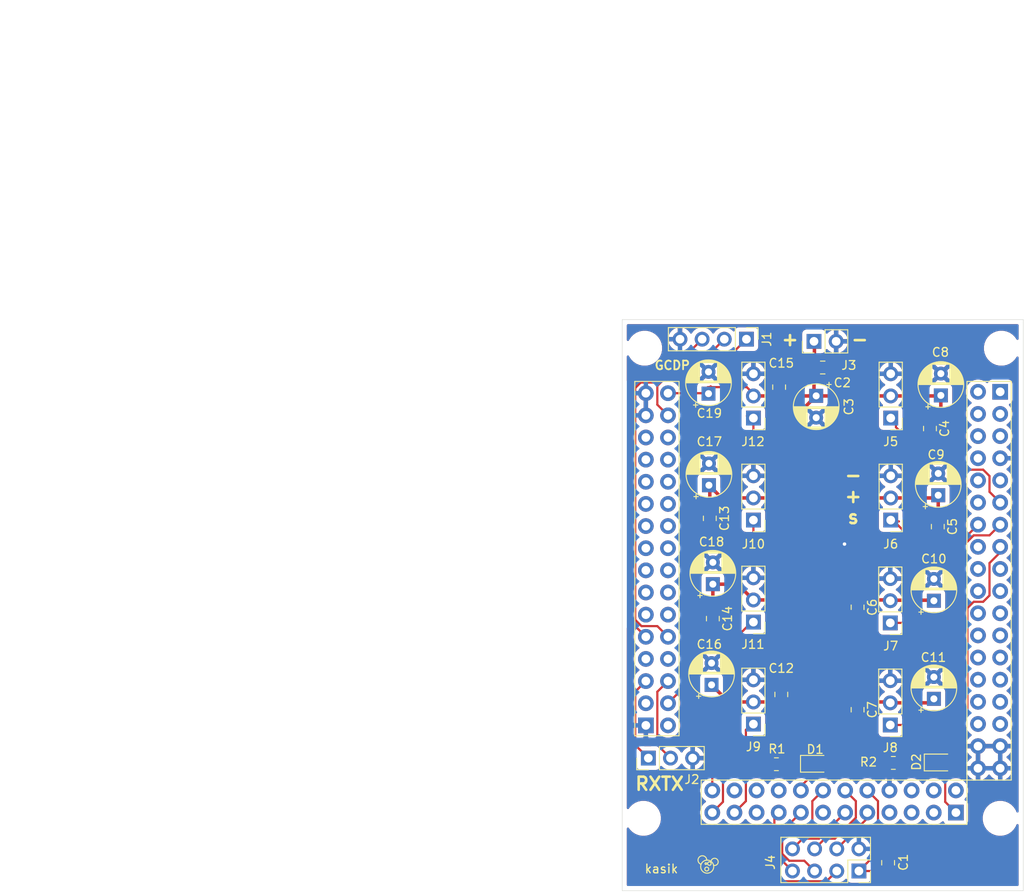
<source format=kicad_pcb>
(kicad_pcb (version 20171130) (host pcbnew 5.1.6-c6e7f7d~87~ubuntu18.04.1)
  (layers (0 F.Cu signal) (31 B.Cu signal) (34 B.Paste user) (35 F.Paste user) (36 B.SilkS user) (37 F.SilkS user) (38 B.Mask user) (39 F.Mask user) (44 Edge.Cuts user))
  (net 0 "")
  (net 1 GND)
  (net 2 +3V3)
  (net 3 VCC)
  (net 4 /LED1)
  (net 5 "Net-(D1-Pad1)")
  (net 6 /LED2)
  (net 7 "Net-(D2-Pad1)")
  (net 8 /SWCLK)
  (net 9 /SWDIO)
  (net 10 /UART_TX)
  (net 11 /UART_RX)
  (net 12 /NRF_MISO)
  (net 13 /NRF_IRQ)
  (net 14 /NRF_SCK)
  (net 15 /NRF_MOSI)
  (net 16 /NRF_CE)
  (net 17 /NRF_CSN)
  (net 18 /TIM2_CH1)
  (net 19 /TIM2_CH2)
  (net 20 /TIM2_CH3)
  (net 21 /TIM2_CH4)
  (net 22 /TIM3_CH1)
  (net 23 /TIM3_CH2)
  (net 24 /TIM3_CH3)
  (net 25 /TIM3_CH4)
  (net 26 "Net-(U1-Padc7)")
  (net 27 "Net-(U1-Padc6)")
  (net 28 "Net-(U1-Padc5)")
  (net 29 "Net-(U1-Padc4)")
  (net 30 "Net-(U1-Padc22)")
  (net 31 "Net-(U1-Padc2)")
  (net 32 "Net-(U1-Padc19)")
  (net 33 "Net-(U1-Padc20)")
  (net 34 "Net-(U1-Padc13)")
  (net 35 "Net-(U1-Padc18)")
  (net 36 "Net-(U1-Pada23)")
  (net 37 "Net-(U1-Pada7)")
  (net 38 "Net-(U1-Pada11)")
  (net 39 "Net-(U1-Pada25)")
  (net 40 "Net-(U1-Pada22)")
  (net 41 "Net-(U1-Pada28)")
  (net 42 "Net-(U1-Pada2)")
  (net 43 "Net-(U1-Pada19)")
  (net 44 "Net-(U1-Pada20)")
  (net 45 "Net-(U1-Pada15)")
  (net 46 "Net-(U1-Pada24)")
  (net 47 "Net-(U1-Pada14)")
  (net 48 "Net-(U1-Pada13)")
  (net 49 "Net-(U1-Pada12)")
  (net 50 "Net-(U1-Pada18)")
  (net 51 "Net-(U1-Pada8)")
  (net 52 "Net-(U1-Pada16)")
  (net 53 "Net-(U1-Pada17)")
  (net 54 "Net-(U1-Pada21)")
  (net 55 "Net-(U1-Pada26)")
  (net 56 "Net-(U1-Padb32)")
  (net 57 "Net-(U1-Padb31)")
  (net 58 "Net-(U1-Padb30)")
  (net 59 "Net-(U1-Padb29)")
  (net 60 "Net-(U1-Padb28)")
  (net 61 "Net-(U1-Padb27)")
  (net 62 "Net-(U1-Padb26)")
  (net 63 "Net-(U1-Padb25)")
  (net 64 "Net-(U1-Padb24)")
  (net 65 "Net-(U1-Padb23)")
  (net 66 "Net-(U1-Padb22)")
  (net 67 "Net-(U1-Padb21)")
  (net 68 "Net-(U1-Padb16)")
  (net 69 "Net-(U1-Padb12)")
  (net 70 "Net-(U1-Padb10)")
  (net 71 "Net-(U1-Padb9)")
  (net 72 "Net-(U1-Padb8)")
  (net 73 "Net-(U1-Padb6)")
  (net 74 "Net-(U1-Padb5)")
  (net 75 "Net-(U1-Padb4)")
  (net 76 "Net-(U1-Padb3)")
  (net 77 "Net-(U1-Padb2)")
  (net 78 "Net-(U1-Padb1)")
  (net 79 "Net-(U1-Padc3)")
  (net 80 "Net-(U1-Pada3)")
  (net 81 "Net-(U1-Pada27)")
  (net 82 "Net-(U1-Padb20)")
  (net 83 "Net-(U1-Padb19)")
  (net 84 "Net-(U1-Padb18)")
  (net 85 "Net-(U1-Padb17)")
  (net 86 "Net-(J1-Pad1)")
  (module Boards:DIYMORE-407VG-PINTOP (layer F.Cu) (at 96.034999 66.744999)
    (fp_text reference U1 hide)
    (fp_text value DIYMORE-F407VG)
    (pad "" np_thru_hole oval (at 43.32 56.46) (size 3 3) (drill 3) (layers *.Cu *.Mask))
    (pad "" np_thru_hole oval (at 2.4 56.46) (size 3 3) (drill 3) (layers *.Cu *.Mask))
    (pad "" np_thru_hole oval (at 2.54 2.54) (size 3 3) (drill 3) (layers *.Cu *.Mask))
    (pad "" np_thru_hole oval (at 43.46 2.54) (size 3 3) (drill 3) (layers *.Cu *.Mask))
    (pad c23 thru_hole oval (at 10.3 55.8 270) (size 1.8 1.8) (drill 1) (layers *.Cu *.Mask) (net 24 /TIM3_CH3))
    (pad c7 thru_hole oval (at 30.62 55.8 270) (size 1.8 1.8) (drill 1) (layers *.Cu *.Mask) (net 26 "Net-(U1-Padc7)"))
    (pad c11 thru_hole oval (at 25.54 55.8 270) (size 1.8 1.8) (drill 1) (layers *.Cu *.Mask) (net 12 /NRF_MISO))
    (pad c3 thru_hole oval (at 35.7 55.8 270) (size 1.8 1.8) (drill 1) (layers *.Cu *.Mask) (net 79 "Net-(U1-Padc3)"))
    (pad c6 thru_hole oval (at 33.16 53.26 270) (size 1.8 1.8) (drill 1) (layers *.Cu *.Mask) (net 27 "Net-(U1-Padc6)"))
    (pad c5 thru_hole oval (at 33.16 55.8 270) (size 1.8 1.8) (drill 1) (layers *.Cu *.Mask) (net 28 "Net-(U1-Padc5)"))
    (pad c4 thru_hole oval (at 35.7 53.26 270) (size 1.8 1.8) (drill 1) (layers *.Cu *.Mask) (net 29 "Net-(U1-Padc4)"))
    (pad c9 thru_hole oval (at 28.08 55.8 270) (size 1.8 1.8) (drill 1) (layers *.Cu *.Mask) (net 16 /NRF_CE))
    (pad c22 thru_hole oval (at 12.84 53.26 270) (size 1.8 1.8) (drill 1) (layers *.Cu *.Mask) (net 30 "Net-(U1-Padc22)"))
    (pad c2 thru_hole oval (at 38.24 53.26 270) (size 1.8 1.8) (drill 1) (layers *.Cu *.Mask) (net 31 "Net-(U1-Padc2)"))
    (pad c19 thru_hole oval (at 15.38 55.8 270) (size 1.8 1.8) (drill 1) (layers *.Cu *.Mask) (net 32 "Net-(U1-Padc19)"))
    (pad c20 thru_hole oval (at 15.38 53.26 270) (size 1.8 1.8) (drill 1) (layers *.Cu *.Mask) (net 33 "Net-(U1-Padc20)"))
    (pad c15 thru_hole oval (at 20.46 55.8 270) (size 1.8 1.8) (drill 1) (layers *.Cu *.Mask) (net 13 /NRF_IRQ))
    (pad c24 thru_hole oval (at 10.3 53.26 270) (size 1.8 1.8) (drill 1) (layers *.Cu *.Mask) (net 23 /TIM3_CH2))
    (pad c14 thru_hole oval (at 23 53.26 270) (size 1.8 1.8) (drill 1) (layers *.Cu *.Mask) (net 15 /NRF_MOSI))
    (pad c13 thru_hole oval (at 23 55.8 270) (size 1.8 1.8) (drill 1) (layers *.Cu *.Mask) (net 34 "Net-(U1-Padc13)"))
    (pad c12 thru_hole oval (at 25.54 53.26 270) (size 1.8 1.8) (drill 1) (layers *.Cu *.Mask) (net 14 /NRF_SCK))
    (pad c10 thru_hole oval (at 28.08 53.26 270) (size 1.8 1.8) (drill 1) (layers *.Cu *.Mask) (net 2 +3V3))
    (pad c18 thru_hole oval (at 17.92 53.26 270) (size 1.8 1.8) (drill 1) (layers *.Cu *.Mask) (net 35 "Net-(U1-Padc18)"))
    (pad c8 thru_hole oval (at 30.62 53.26 270) (size 1.8 1.8) (drill 1) (layers *.Cu *.Mask) (net 1 GND))
    (pad c16 thru_hole oval (at 20.46 53.26 270) (size 1.8 1.8) (drill 1) (layers *.Cu *.Mask) (net 4 /LED1))
    (pad c17 thru_hole oval (at 17.92 55.8 270) (size 1.8 1.8) (drill 1) (layers *.Cu *.Mask) (net 17 /NRF_CSN))
    (pad c1 thru_hole rect (at 38.24 55.8 270) (size 1.8 1.8) (drill 1) (layers *.Cu *.Mask) (net 6 /LED2))
    (pad c21 thru_hole oval (at 12.84 55.8 270) (size 1.8 1.8) (drill 1) (layers *.Cu *.Mask) (net 22 /TIM3_CH1))
    (pad a23 thru_hole oval (at 2.68 17.86 180) (size 1.8 1.8) (drill 1) (layers *.Cu *.Mask) (net 36 "Net-(U1-Pada23)"))
    (pad a7 thru_hole oval (at 2.68 38.18 180) (size 1.8 1.8) (drill 1) (layers *.Cu *.Mask) (net 37 "Net-(U1-Pada7)"))
    (pad a11 thru_hole oval (at 2.68 33.1 180) (size 1.8 1.8) (drill 1) (layers *.Cu *.Mask) (net 38 "Net-(U1-Pada11)"))
    (pad a3 thru_hole oval (at 2.68 43.26 180) (size 1.8 1.8) (drill 1) (layers *.Cu *.Mask) (net 80 "Net-(U1-Pada3)"))
    (pad a6 thru_hole oval (at 5.22 40.72 180) (size 1.8 1.8) (drill 1) (layers *.Cu *.Mask) (net 10 /UART_TX))
    (pad a5 thru_hole oval (at 2.68 40.72 180) (size 1.8 1.8) (drill 1) (layers *.Cu *.Mask) (net 11 /UART_RX))
    (pad a4 thru_hole oval (at 5.22 43.26 180) (size 1.8 1.8) (drill 1) (layers *.Cu *.Mask) (net 25 /TIM3_CH4))
    (pad a25 thru_hole oval (at 2.68 15.32 180) (size 1.8 1.8) (drill 1) (layers *.Cu *.Mask) (net 39 "Net-(U1-Pada25)"))
    (pad a31 thru_hole oval (at 2.68 7.7 180) (size 1.8 1.8) (drill 1) (layers *.Cu *.Mask) (net 1 GND))
    (pad a9 thru_hole oval (at 2.68 35.64 180) (size 1.8 1.8) (drill 1) (layers *.Cu *.Mask) (net 8 /SWCLK))
    (pad a29 thru_hole oval (at 2.68 10.24 180) (size 1.8 1.8) (drill 1) (layers *.Cu *.Mask) (net 1 GND))
    (pad a22 thru_hole oval (at 5.22 20.4 180) (size 1.8 1.8) (drill 1) (layers *.Cu *.Mask) (net 40 "Net-(U1-Pada22)"))
    (pad a28 thru_hole oval (at 5.22 12.78 180) (size 1.8 1.8) (drill 1) (layers *.Cu *.Mask) (net 41 "Net-(U1-Pada28)"))
    (pad a2 thru_hole oval (at 5.22 45.8 180) (size 1.8 1.8) (drill 1) (layers *.Cu *.Mask) (net 42 "Net-(U1-Pada2)"))
    (pad a19 thru_hole oval (at 2.68 22.94 180) (size 1.8 1.8) (drill 1) (layers *.Cu *.Mask) (net 43 "Net-(U1-Pada19)"))
    (pad a20 thru_hole oval (at 5.22 22.94 180) (size 1.8 1.8) (drill 1) (layers *.Cu *.Mask) (net 44 "Net-(U1-Pada20)"))
    (pad a15 thru_hole oval (at 2.68 28.02 180) (size 1.8 1.8) (drill 1) (layers *.Cu *.Mask) (net 45 "Net-(U1-Pada15)"))
    (pad a24 thru_hole oval (at 5.22 17.86 180) (size 1.8 1.8) (drill 1) (layers *.Cu *.Mask) (net 46 "Net-(U1-Pada24)"))
    (pad a14 thru_hole oval (at 5.22 30.56 180) (size 1.8 1.8) (drill 1) (layers *.Cu *.Mask) (net 47 "Net-(U1-Pada14)"))
    (pad a32 thru_hole oval (at 5.22 7.7 180) (size 1.8 1.8) (drill 1) (layers *.Cu *.Mask) (net 3 VCC))
    (pad a30 thru_hole oval (at 5.22 10.24 180) (size 1.8 1.8) (drill 1) (layers *.Cu *.Mask) (net 86 "Net-(J1-Pad1)"))
    (pad a13 thru_hole oval (at 2.68 30.56 180) (size 1.8 1.8) (drill 1) (layers *.Cu *.Mask) (net 48 "Net-(U1-Pada13)"))
    (pad a12 thru_hole oval (at 5.22 33.1 180) (size 1.8 1.8) (drill 1) (layers *.Cu *.Mask) (net 49 "Net-(U1-Pada12)"))
    (pad a10 thru_hole oval (at 5.22 35.64 180) (size 1.8 1.8) (drill 1) (layers *.Cu *.Mask) (net 9 /SWDIO))
    (pad a18 thru_hole oval (at 5.22 25.48 180) (size 1.8 1.8) (drill 1) (layers *.Cu *.Mask) (net 50 "Net-(U1-Pada18)"))
    (pad a27 thru_hole oval (at 2.68 12.78 180) (size 1.8 1.8) (drill 1) (layers *.Cu *.Mask) (net 81 "Net-(U1-Pada27)"))
    (pad a8 thru_hole oval (at 5.22 38.18 180) (size 1.8 1.8) (drill 1) (layers *.Cu *.Mask) (net 51 "Net-(U1-Pada8)"))
    (pad a16 thru_hole oval (at 5.22 28.02 180) (size 1.8 1.8) (drill 1) (layers *.Cu *.Mask) (net 52 "Net-(U1-Pada16)"))
    (pad a17 thru_hole oval (at 2.68 25.48 180) (size 1.8 1.8) (drill 1) (layers *.Cu *.Mask) (net 53 "Net-(U1-Pada17)"))
    (pad a1 thru_hole rect (at 2.68 45.8 180) (size 1.8 1.8) (drill 1) (layers *.Cu *.Mask) (net 1 GND))
    (pad a21 thru_hole oval (at 2.68 20.4 180) (size 1.8 1.8) (drill 1) (layers *.Cu *.Mask) (net 54 "Net-(U1-Pada21)"))
    (pad a26 thru_hole oval (at 5.22 15.32 180) (size 1.8 1.8) (drill 1) (layers *.Cu *.Mask) (net 55 "Net-(U1-Pada26)"))
    (pad b36 thru_hole oval (at 40.78 50.72) (size 1.8 1.8) (drill 1) (layers *.Cu *.Mask) (net 1 GND))
    (pad b35 thru_hole oval (at 43.32 50.72) (size 1.8 1.8) (drill 1) (layers *.Cu *.Mask) (net 1 GND))
    (pad b34 thru_hole oval (at 40.78 48.18) (size 1.8 1.8) (drill 1) (layers *.Cu *.Mask) (net 1 GND))
    (pad b33 thru_hole oval (at 43.32 48.18) (size 1.8 1.8) (drill 1) (layers *.Cu *.Mask) (net 1 GND))
    (pad b32 thru_hole oval (at 40.78 45.64) (size 1.8 1.8) (drill 1) (layers *.Cu *.Mask) (net 56 "Net-(U1-Padb32)"))
    (pad b31 thru_hole oval (at 43.32 45.64) (size 1.8 1.8) (drill 1) (layers *.Cu *.Mask) (net 57 "Net-(U1-Padb31)"))
    (pad b30 thru_hole oval (at 40.78 43.1) (size 1.8 1.8) (drill 1) (layers *.Cu *.Mask) (net 58 "Net-(U1-Padb30)"))
    (pad b29 thru_hole oval (at 43.32 43.1) (size 1.8 1.8) (drill 1) (layers *.Cu *.Mask) (net 59 "Net-(U1-Padb29)"))
    (pad b28 thru_hole oval (at 40.78 40.56) (size 1.8 1.8) (drill 1) (layers *.Cu *.Mask) (net 60 "Net-(U1-Padb28)"))
    (pad b27 thru_hole oval (at 43.32 40.56) (size 1.8 1.8) (drill 1) (layers *.Cu *.Mask) (net 61 "Net-(U1-Padb27)"))
    (pad b26 thru_hole oval (at 40.78 38.02) (size 1.8 1.8) (drill 1) (layers *.Cu *.Mask) (net 62 "Net-(U1-Padb26)"))
    (pad b25 thru_hole oval (at 43.32 38.02) (size 1.8 1.8) (drill 1) (layers *.Cu *.Mask) (net 63 "Net-(U1-Padb25)"))
    (pad b24 thru_hole oval (at 40.78 35.48) (size 1.8 1.8) (drill 1) (layers *.Cu *.Mask) (net 64 "Net-(U1-Padb24)"))
    (pad b23 thru_hole oval (at 43.32 35.48) (size 1.8 1.8) (drill 1) (layers *.Cu *.Mask) (net 65 "Net-(U1-Padb23)"))
    (pad b22 thru_hole oval (at 40.78 32.94) (size 1.8 1.8) (drill 1) (layers *.Cu *.Mask) (net 66 "Net-(U1-Padb22)"))
    (pad b21 thru_hole oval (at 43.32 32.94) (size 1.8 1.8) (drill 1) (layers *.Cu *.Mask) (net 67 "Net-(U1-Padb21)"))
    (pad b20 thru_hole oval (at 40.78 30.4) (size 1.8 1.8) (drill 1) (layers *.Cu *.Mask) (net 82 "Net-(U1-Padb20)"))
    (pad b19 thru_hole oval (at 43.32 30.4) (size 1.8 1.8) (drill 1) (layers *.Cu *.Mask) (net 83 "Net-(U1-Padb19)"))
    (pad b18 thru_hole oval (at 40.78 27.86) (size 1.8 1.8) (drill 1) (layers *.Cu *.Mask) (net 84 "Net-(U1-Padb18)"))
    (pad b17 thru_hole oval (at 43.32 27.86) (size 1.8 1.8) (drill 1) (layers *.Cu *.Mask) (net 85 "Net-(U1-Padb17)"))
    (pad b16 thru_hole oval (at 40.78 25.32) (size 1.8 1.8) (drill 1) (layers *.Cu *.Mask) (net 68 "Net-(U1-Padb16)"))
    (pad b15 thru_hole oval (at 43.32 25.32) (size 1.8 1.8) (drill 1) (layers *.Cu *.Mask) (net 21 /TIM2_CH4))
    (pad b14 thru_hole oval (at 40.78 22.78) (size 1.8 1.8) (drill 1) (layers *.Cu *.Mask) (net 19 /TIM2_CH2))
    (pad b13 thru_hole oval (at 43.32 22.78) (size 1.8 1.8) (drill 1) (layers *.Cu *.Mask) (net 20 /TIM2_CH3))
    (pad b12 thru_hole oval (at 40.78 20.24) (size 1.8 1.8) (drill 1) (layers *.Cu *.Mask) (net 69 "Net-(U1-Padb12)"))
    (pad b11 thru_hole oval (at 43.32 20.24) (size 1.8 1.8) (drill 1) (layers *.Cu *.Mask) (net 18 /TIM2_CH1))
    (pad b10 thru_hole oval (at 40.78 17.7) (size 1.8 1.8) (drill 1) (layers *.Cu *.Mask) (net 70 "Net-(U1-Padb10)"))
    (pad b9 thru_hole oval (at 43.32 17.7) (size 1.8 1.8) (drill 1) (layers *.Cu *.Mask) (net 71 "Net-(U1-Padb9)"))
    (pad b8 thru_hole oval (at 40.78 15.16) (size 1.8 1.8) (drill 1) (layers *.Cu *.Mask) (net 72 "Net-(U1-Padb8)"))
    (pad b7 thru_hole oval (at 43.32 15.16) (size 1.8 1.8) (drill 1) (layers *.Cu *.Mask) (net 1 GND))
    (pad b6 thru_hole oval (at 40.78 12.62) (size 1.8 1.8) (drill 1) (layers *.Cu *.Mask) (net 73 "Net-(U1-Padb6)"))
    (pad b5 thru_hole oval (at 43.32 12.62) (size 1.8 1.8) (drill 1) (layers *.Cu *.Mask) (net 74 "Net-(U1-Padb5)"))
    (pad b4 thru_hole oval (at 40.78 10.08) (size 1.8 1.8) (drill 1) (layers *.Cu *.Mask) (net 75 "Net-(U1-Padb4)"))
    (pad b3 thru_hole oval (at 43.32 10.08) (size 1.8 1.8) (drill 1) (layers *.Cu *.Mask) (net 76 "Net-(U1-Padb3)"))
    (pad b2 thru_hole oval (at 40.78 7.54) (size 1.8 1.8) (drill 1) (layers *.Cu *.Mask) (net 77 "Net-(U1-Padb2)"))
    (pad b1 thru_hole rect (at 43.32 7.54) (size 1.8 1.8) (drill 1) (layers *.Cu *.Mask) (net 78 "Net-(U1-Padb1)"))
  )
  (module Resistor_SMD:R_0805_2012Metric (layer F.Cu) (at 127.1 116.85 180)
    (fp_text reference R2 (at 2.85 0.1) (layer F.SilkS))
    (fp_text value 120)
    (pad 2 smd roundrect (at 0.9125 0 180) (size 1.025 1.4) (layers F.Cu F.Paste F.Mask) (roundrect_rratio 0.243902) (net 1 GND))
    (pad 1 smd roundrect (at -0.9125 0 180) (size 1.025 1.4) (layers F.Cu F.Paste F.Mask) (roundrect_rratio 0.243902) (net 7 "Net-(D2-Pad1)"))
  )
  (module Resistor_SMD:R_0805_2012Metric (layer F.Cu) (at 113.6875 117 180)
    (fp_text reference R1 (at -0.0625 1.75) (layer F.SilkS))
    (fp_text value 120)
    (pad 2 smd roundrect (at 0.9125 0 180) (size 1.025 1.4) (layers F.Cu F.Paste F.Mask) (roundrect_rratio 0.243902) (net 1 GND))
    (pad 1 smd roundrect (at -0.9125 0 180) (size 1.025 1.4) (layers F.Cu F.Paste F.Mask) (roundrect_rratio 0.243902) (net 5 "Net-(D1-Pad1)"))
  )
  (module Connector_PinHeader_2.54mm:PinHeader_1x03_P2.54mm_Vertical (layer F.Cu) (at 111.05 77.3 180)
    (fp_text reference J12 (at 0.05 -2.7) (layer F.SilkS))
    (fp_text value Servo)
    (pad 3 thru_hole oval (at 0 5.08 180) (size 1.7 1.7) (drill 1) (layers *.Cu *.Mask) (net 1 GND))
    (pad 2 thru_hole oval (at 0 2.54 180) (size 1.7 1.7) (drill 1) (layers *.Cu *.Mask) (net 3 VCC))
    (pad 1 thru_hole rect (at 0 0 180) (size 1.7 1.7) (drill 1) (layers *.Cu *.Mask) (net 25 /TIM3_CH4))
  )
  (module Connector_PinHeader_2.54mm:PinHeader_1x03_P2.54mm_Vertical (layer F.Cu) (at 111.05 100.7 180)
    (fp_text reference J11 (at 0.05 -2.55) (layer F.SilkS))
    (fp_text value Servo)
    (pad 3 thru_hole oval (at 0 5.08 180) (size 1.7 1.7) (drill 1) (layers *.Cu *.Mask) (net 1 GND))
    (pad 2 thru_hole oval (at 0 2.54 180) (size 1.7 1.7) (drill 1) (layers *.Cu *.Mask) (net 3 VCC))
    (pad 1 thru_hole rect (at 0 0 180) (size 1.7 1.7) (drill 1) (layers *.Cu *.Mask) (net 24 /TIM3_CH3))
  )
  (module Connector_PinHeader_2.54mm:PinHeader_1x03_P2.54mm_Vertical (layer F.Cu) (at 111.05 89 180)
    (fp_text reference J10 (at 0 -2.75) (layer F.SilkS))
    (fp_text value Servo)
    (pad 3 thru_hole oval (at 0 5.08 180) (size 1.7 1.7) (drill 1) (layers *.Cu *.Mask) (net 1 GND))
    (pad 2 thru_hole oval (at 0 2.54 180) (size 1.7 1.7) (drill 1) (layers *.Cu *.Mask) (net 3 VCC))
    (pad 1 thru_hole rect (at 0 0 180) (size 1.7 1.7) (drill 1) (layers *.Cu *.Mask) (net 23 /TIM3_CH2))
  )
  (module Connector_PinHeader_2.54mm:PinHeader_1x03_P2.54mm_Vertical (layer F.Cu) (at 111.05 112.4 180)
    (fp_text reference J9 (at 0 -2.6) (layer F.SilkS))
    (fp_text value Servo)
    (pad 3 thru_hole oval (at 0 5.08 180) (size 1.7 1.7) (drill 1) (layers *.Cu *.Mask) (net 1 GND))
    (pad 2 thru_hole oval (at 0 2.54 180) (size 1.7 1.7) (drill 1) (layers *.Cu *.Mask) (net 3 VCC))
    (pad 1 thru_hole rect (at 0 0 180) (size 1.7 1.7) (drill 1) (layers *.Cu *.Mask) (net 22 /TIM3_CH1))
  )
  (module Connector_PinHeader_2.54mm:PinHeader_1x03_P2.54mm_Vertical (layer F.Cu) (at 126.75 112.5 180)
    (fp_text reference J8 (at 0 -2.6) (layer F.SilkS))
    (fp_text value Servo)
    (pad 3 thru_hole oval (at 0 5.08 180) (size 1.7 1.7) (drill 1) (layers *.Cu *.Mask) (net 1 GND))
    (pad 2 thru_hole oval (at 0 2.54 180) (size 1.7 1.7) (drill 1) (layers *.Cu *.Mask) (net 3 VCC))
    (pad 1 thru_hole rect (at 0 0 180) (size 1.7 1.7) (drill 1) (layers *.Cu *.Mask) (net 21 /TIM2_CH4))
  )
  (module Connector_PinHeader_2.54mm:PinHeader_1x03_P2.54mm_Vertical (layer F.Cu) (at 126.75 100.79 180)
    (fp_text reference J7 (at -0.05 -2.65) (layer F.SilkS))
    (fp_text value Servo)
    (pad 3 thru_hole oval (at 0 5.08 180) (size 1.7 1.7) (drill 1) (layers *.Cu *.Mask) (net 1 GND))
    (pad 2 thru_hole oval (at 0 2.54 180) (size 1.7 1.7) (drill 1) (layers *.Cu *.Mask) (net 3 VCC))
    (pad 1 thru_hole rect (at 0 0 180) (size 1.7 1.7) (drill 1) (layers *.Cu *.Mask) (net 20 /TIM2_CH3))
  )
  (module Connector_PinHeader_2.54mm:PinHeader_1x03_P2.54mm_Vertical (layer F.Cu) (at 126.8 89 180)
    (fp_text reference J6 (at 0 -2.75) (layer F.SilkS))
    (fp_text value Servo)
    (pad 3 thru_hole oval (at 0 5.08 180) (size 1.7 1.7) (drill 1) (layers *.Cu *.Mask) (net 1 GND))
    (pad 2 thru_hole oval (at 0 2.54 180) (size 1.7 1.7) (drill 1) (layers *.Cu *.Mask) (net 3 VCC))
    (pad 1 thru_hole rect (at 0 0 180) (size 1.7 1.7) (drill 1) (layers *.Cu *.Mask) (net 19 /TIM2_CH2))
  )
  (module Connector_PinHeader_2.54mm:PinHeader_1x03_P2.54mm_Vertical (layer F.Cu) (at 126.8 77.3 180)
    (fp_text reference J5 (at 0 -2.7) (layer F.SilkS))
    (fp_text value Servo)
    (pad 3 thru_hole oval (at 0 5.08 180) (size 1.7 1.7) (drill 1) (layers *.Cu *.Mask) (net 1 GND))
    (pad 2 thru_hole oval (at 0 2.54 180) (size 1.7 1.7) (drill 1) (layers *.Cu *.Mask) (net 3 VCC))
    (pad 1 thru_hole rect (at 0 0 180) (size 1.7 1.7) (drill 1) (layers *.Cu *.Mask) (net 18 /TIM2_CH1))
  )
  (module Connector_PinSocket_2.54mm:PinSocket_2x04_P2.54mm_Vertical (layer F.Cu) (at 123.15 129.25 270)
    (fp_text reference J4 (at -1 10.15 90) (layer F.SilkS))
    (fp_text value nRF24L01)
    (pad 8 thru_hole oval (at -2.54 7.62 270) (size 1.7 1.7) (drill 1) (layers *.Cu *.Mask) (net 12 /NRF_MISO))
    (pad 7 thru_hole oval (at 0 7.62 270) (size 1.7 1.7) (drill 1) (layers *.Cu *.Mask) (net 13 /NRF_IRQ))
    (pad 6 thru_hole oval (at -2.54 5.08 270) (size 1.7 1.7) (drill 1) (layers *.Cu *.Mask) (net 14 /NRF_SCK))
    (pad 5 thru_hole oval (at 0 5.08 270) (size 1.7 1.7) (drill 1) (layers *.Cu *.Mask) (net 15 /NRF_MOSI))
    (pad 4 thru_hole oval (at -2.54 2.54 270) (size 1.7 1.7) (drill 1) (layers *.Cu *.Mask) (net 16 /NRF_CE))
    (pad 3 thru_hole oval (at 0 2.54 270) (size 1.7 1.7) (drill 1) (layers *.Cu *.Mask) (net 17 /NRF_CSN))
    (pad 2 thru_hole oval (at -2.54 0 270) (size 1.7 1.7) (drill 1) (layers *.Cu *.Mask) (net 1 GND))
    (pad 1 thru_hole rect (at 0 0 270) (size 1.7 1.7) (drill 1) (layers *.Cu *.Mask) (net 2 +3V3))
  )
  (module Connector_PinHeader_2.54mm:PinHeader_1x02_P2.54mm_Vertical (layer F.Cu) (at 118 68.5 90)
    (fp_text reference J3 (at -2.75 4 180) (layer F.SilkS))
    (fp_text value Power)
    (pad 2 thru_hole oval (at 0 2.54 90) (size 1.7 1.7) (drill 1) (layers *.Cu *.Mask) (net 1 GND))
    (pad 1 thru_hole rect (at 0 0 90) (size 1.7 1.7) (drill 1) (layers *.Cu *.Mask) (net 3 VCC))
  )
  (module Connector_PinHeader_2.54mm:PinHeader_1x03_P2.54mm_Vertical (layer F.Cu) (at 99 116.3 90)
    (fp_text reference J2 (at -2.45 5 180) (layer F.SilkS))
    (fp_text value Serial)
    (pad 3 thru_hole oval (at 0 5.08 90) (size 1.7 1.7) (drill 1) (layers *.Cu *.Mask) (net 1 GND))
    (pad 2 thru_hole oval (at 0 2.54 90) (size 1.7 1.7) (drill 1) (layers *.Cu *.Mask) (net 10 /UART_TX))
    (pad 1 thru_hole rect (at 0 0 90) (size 1.7 1.7) (drill 1) (layers *.Cu *.Mask) (net 11 /UART_RX))
  )
  (module Connector_PinHeader_2.54mm:PinHeader_1x04_P2.54mm_Vertical (layer F.Cu) (at 110.25 68.25 270)
    (fp_text reference J1 (at 0 -2.33 90) (layer F.SilkS))
    (fp_text value SWD)
    (pad 4 thru_hole oval (at 0 7.62 270) (size 1.7 1.7) (drill 1) (layers *.Cu *.Mask) (net 1 GND))
    (pad 3 thru_hole oval (at 0 5.08 270) (size 1.7 1.7) (drill 1) (layers *.Cu *.Mask) (net 8 /SWCLK))
    (pad 2 thru_hole oval (at 0 2.54 270) (size 1.7 1.7) (drill 1) (layers *.Cu *.Mask) (net 9 /SWDIO))
    (pad 1 thru_hole rect (at 0 0 270) (size 1.7 1.7) (drill 1) (layers *.Cu *.Mask) (net 86 "Net-(J1-Pad1)"))
  )
  (module LED_SMD:LED_0805_2012Metric (layer F.Cu) (at 132.3375 116.8)
    (fp_text reference D2 (at -2.5875 -0.05 90) (layer F.SilkS))
    (fp_text value LED)
    (pad 2 smd roundrect (at 0.9375 0) (size 0.975 1.4) (layers F.Cu F.Paste F.Mask) (net 6 /LED2))
    (pad 1 smd roundrect (at -0.9375 0) (size 0.975 1.4) (layers F.Cu F.Paste F.Mask) (net 7 "Net-(D2-Pad1)"))
  )
  (module LED_SMD:LED_0805_2012Metric (layer F.Cu) (at 118.1375 116.95)
    (fp_text reference D1 (at 0 -1.65) (layer F.SilkS))
    (fp_text value LED)
    (pad 2 smd roundrect (at 0.9375 0) (size 0.975 1.4) (layers F.Cu F.Paste F.Mask) (net 4 /LED1))
    (pad 1 smd roundrect (at -0.9375 0) (size 0.975 1.4) (layers F.Cu F.Paste F.Mask) (net 5 "Net-(D1-Pad1)"))
  )
  (module Capacitor_THT:CP_Radial_D5.0mm_P2.50mm (layer F.Cu) (at 105.9 74.5 90)
    (fp_text reference C19 (at -2.25 0.1 180) (layer F.SilkS))
    (fp_text value 47u/16V)
    (pad 2 thru_hole circle (at 2.5 0 90) (size 1.6 1.6) (drill 0.8) (layers *.Cu *.Mask) (net 1 GND))
    (pad 1 thru_hole rect (at 0 0 90) (size 1.6 1.6) (drill 0.8) (layers *.Cu *.Mask) (net 3 VCC))
  )
  (module Capacitor_THT:CP_Radial_D5.0mm_P2.50mm (layer F.Cu) (at 106.4 96.35 90)
    (fp_text reference C18 (at 4.85 -0.15 180) (layer F.SilkS))
    (fp_text value 47u/16V)
    (pad 2 thru_hole circle (at 2.5 0 90) (size 1.6 1.6) (drill 0.8) (layers *.Cu *.Mask) (net 1 GND))
    (pad 1 thru_hole rect (at 0 0 90) (size 1.6 1.6) (drill 0.8) (layers *.Cu *.Mask) (net 3 VCC))
  )
  (module Capacitor_THT:CP_Radial_D5.0mm_P2.50mm (layer F.Cu) (at 105.95 85 90)
    (fp_text reference C17 (at 5 0.05 180) (layer F.SilkS))
    (fp_text value 47u/16V)
    (pad 2 thru_hole circle (at 2.5 0 90) (size 1.6 1.6) (drill 0.8) (layers *.Cu *.Mask) (net 1 GND))
    (pad 1 thru_hole rect (at 0 0 90) (size 1.6 1.6) (drill 0.8) (layers *.Cu *.Mask) (net 3 VCC))
  )
  (module Capacitor_THT:CP_Radial_D5.0mm_P2.50mm (layer F.Cu) (at 106.25 107.9 90)
    (fp_text reference C16 (at 4.65 -0.25 180) (layer F.SilkS))
    (fp_text value 47u/16V)
    (pad 2 thru_hole circle (at 2.5 0 90) (size 1.6 1.6) (drill 0.8) (layers *.Cu *.Mask) (net 1 GND))
    (pad 1 thru_hole rect (at 0 0 90) (size 1.6 1.6) (drill 0.8) (layers *.Cu *.Mask) (net 3 VCC))
  )
  (module Capacitor_SMD:C_0805_2012Metric (layer F.Cu) (at 114 73.75 90)
    (fp_text reference C15 (at 2.75 0.25 180) (layer F.SilkS))
    (fp_text value 100n)
    (pad 2 smd roundrect (at 0.95 0 90) (size 1 1.45) (layers F.Cu F.Paste F.Mask) (net 1 GND))
    (pad 1 smd roundrect (at -0.95 0 90) (size 1 1.45) (layers F.Cu F.Paste F.Mask) (net 3 VCC))
  )
  (module Capacitor_SMD:C_0805_2012Metric (layer F.Cu) (at 106.4 100.3 270)
    (fp_text reference C14 (at 0 -1.68 90) (layer F.SilkS))
    (fp_text value 100n)
    (pad 2 smd roundrect (at 0.95 0 270) (size 1 1.45) (layers F.Cu F.Paste F.Mask) (net 1 GND))
    (pad 1 smd roundrect (at -0.95 0 270) (size 1 1.45) (layers F.Cu F.Paste F.Mask) (net 3 VCC))
  )
  (module Capacitor_SMD:C_0805_2012Metric (layer F.Cu) (at 106.05 88.8 270)
    (fp_text reference C13 (at 0 -1.68 90) (layer F.SilkS))
    (fp_text value 100n)
    (pad 2 smd roundrect (at 0.95 0 270) (size 1 1.45) (layers F.Cu F.Paste F.Mask) (net 1 GND))
    (pad 1 smd roundrect (at -0.95 0 270) (size 1 1.45) (layers F.Cu F.Paste F.Mask) (net 3 VCC))
  )
  (module Capacitor_SMD:C_0805_2012Metric (layer F.Cu) (at 114.25 109 90)
    (fp_text reference C12 (at 3 0 180) (layer F.SilkS))
    (fp_text value 100n)
    (pad 2 smd roundrect (at 0.95 0 90) (size 1 1.45) (layers F.Cu F.Paste F.Mask) (net 1 GND))
    (pad 1 smd roundrect (at -0.95 0 90) (size 1 1.45) (layers F.Cu F.Paste F.Mask) (net 3 VCC))
  )
  (module Capacitor_THT:CP_Radial_D5.0mm_P2.50mm (layer F.Cu) (at 131.75 109.5 90)
    (fp_text reference C11 (at 4.75 -0.05 180) (layer F.SilkS))
    (fp_text value 47u/16V)
    (pad 2 thru_hole circle (at 2.5 0 90) (size 1.6 1.6) (drill 0.8) (layers *.Cu *.Mask) (net 1 GND))
    (pad 1 thru_hole rect (at 0 0 90) (size 1.6 1.6) (drill 0.8) (layers *.Cu *.Mask) (net 3 VCC))
  )
  (module Capacitor_THT:CP_Radial_D5.0mm_P2.50mm (layer F.Cu) (at 131.75 98.25 90)
    (fp_text reference C10 (at 4.8 0 180) (layer F.SilkS))
    (fp_text value 47u/16V)
    (pad 2 thru_hole circle (at 2.5 0 90) (size 1.6 1.6) (drill 0.8) (layers *.Cu *.Mask) (net 1 GND))
    (pad 1 thru_hole rect (at 0 0 90) (size 1.6 1.6) (drill 0.8) (layers *.Cu *.Mask) (net 3 VCC))
  )
  (module Capacitor_THT:CP_Radial_D5.0mm_P2.50mm (layer F.Cu) (at 132.25 86.15 90)
    (fp_text reference C9 (at 4.65 -0.25 180) (layer F.SilkS))
    (fp_text value 47u/16V)
    (pad 2 thru_hole circle (at 2.5 0 90) (size 1.6 1.6) (drill 0.8) (layers *.Cu *.Mask) (net 1 GND))
    (pad 1 thru_hole rect (at 0 0 90) (size 1.6 1.6) (drill 0.8) (layers *.Cu *.Mask) (net 3 VCC))
  )
  (module Capacitor_THT:CP_Radial_D5.0mm_P2.50mm (layer F.Cu) (at 132.55 74.7 90)
    (fp_text reference C8 (at 4.95 -0.05 180) (layer F.SilkS))
    (fp_text value 47u/16V)
    (pad 2 thru_hole circle (at 2.5 0 90) (size 1.6 1.6) (drill 0.8) (layers *.Cu *.Mask) (net 1 GND))
    (pad 1 thru_hole rect (at 0 0 90) (size 1.6 1.6) (drill 0.8) (layers *.Cu *.Mask) (net 3 VCC))
  )
  (module Capacitor_SMD:C_0805_2012Metric (layer F.Cu) (at 123 110.75 270)
    (fp_text reference C7 (at 0 -1.68 270) (layer F.SilkS))
    (fp_text value 100n)
    (pad 2 smd roundrect (at 0.95 0 270) (size 1 1.45) (layers F.Cu F.Paste F.Mask) (net 1 GND))
    (pad 1 smd roundrect (at -0.95 0 270) (size 1 1.45) (layers F.Cu F.Paste F.Mask) (net 3 VCC))
  )
  (module Capacitor_SMD:C_0805_2012Metric (layer F.Cu) (at 123 99 270)
    (fp_text reference C6 (at 0 -1.68 90) (layer F.SilkS))
    (fp_text value 100n)
    (pad 2 smd roundrect (at 0.95 0 270) (size 1 1.45) (layers F.Cu F.Paste F.Mask) (net 1 GND))
    (pad 1 smd roundrect (at -0.95 0 270) (size 1 1.45) (layers F.Cu F.Paste F.Mask) (net 3 VCC))
  )
  (module Capacitor_SMD:C_0805_2012Metric (layer F.Cu) (at 132.2 89.75 270)
    (fp_text reference C5 (at 0 -1.68 90) (layer F.SilkS))
    (fp_text value 100n)
    (pad 2 smd roundrect (at 0.95 0 270) (size 1 1.45) (layers F.Cu F.Paste F.Mask) (net 1 GND))
    (pad 1 smd roundrect (at -0.95 0 270) (size 1 1.45) (layers F.Cu F.Paste F.Mask) (net 3 VCC))
  )
  (module Capacitor_SMD:C_0805_2012Metric (layer F.Cu) (at 131.3 78.5 270)
    (fp_text reference C4 (at 0 -1.68 90) (layer F.SilkS))
    (fp_text value 100n)
    (pad 2 smd roundrect (at 0.95 0 270) (size 1 1.45) (layers F.Cu F.Paste F.Mask) (net 1 GND))
    (pad 1 smd roundrect (at -0.95 0 270) (size 1 1.45) (layers F.Cu F.Paste F.Mask) (net 3 VCC))
  )
  (module Capacitor_THT:CP_Radial_D5.0mm_P2.50mm (layer F.Cu) (at 118.25 74.75 270)
    (fp_text reference C3 (at 1.25 -3.75 90) (layer F.SilkS))
    (fp_text value 47u/16V)
    (pad 2 thru_hole circle (at 2.5 0 270) (size 1.6 1.6) (drill 0.8) (layers *.Cu *.Mask) (net 1 GND))
    (pad 1 thru_hole rect (at 0 0 270) (size 1.6 1.6) (drill 0.8) (layers *.Cu *.Mask) (net 3 VCC))
  )
  (module Capacitor_SMD:C_0805_2012Metric (layer F.Cu) (at 119 71.5)
    (fp_text reference C2 (at 2.25 1.75) (layer F.SilkS))
    (fp_text value 100n)
    (pad 2 smd roundrect (at 0.95 0) (size 1 1.45) (layers F.Cu F.Paste F.Mask) (net 1 GND))
    (pad 1 smd roundrect (at -0.95 0) (size 1 1.45) (layers F.Cu F.Paste F.Mask) (net 3 VCC))
  )
  (module Capacitor_SMD:C_0805_2012Metric (layer F.Cu) (at 126.5 128.3 90)
    (fp_text reference C1 (at 0.05 1.75 90) (layer F.SilkS))
    (fp_text value 100n)
    (pad 2 smd roundrect (at 0.95 0 90) (size 1 1.45) (layers F.Cu F.Paste F.Mask) (net 1 GND))
    (pad 1 smd roundrect (at -0.95 0 90) (size 1 1.45) (layers F.Cu F.Paste F.Mask) (net 2 +3V3))
  )
  (gr_circle (center 106 128.4) (end 106 128.6) (layer F.SilkS) (width 0.12))
  (gr_circle (center 105.6 128.4) (end 105.6 128.5) (layer F.SilkS) (width 0.12))
  (gr_circle (center 105.7 129.023606) (end 105.9 129.123606) (layer F.SilkS) (width 0.12))
  (gr_arc (start 106.6 128.2) (end 106.5 128.6) (angle -265.6012946) (layer F.SilkS) (width 0.12))
  (gr_arc (start 105.2 128) (end 105.7 128) (angle -248.1985905) (layer F.SilkS) (width 0.12))
  (gr_circle (center 105.75 128.75) (end 105.75 129.5) (layer F.SilkS) (width 0.12))
  (gr_text kasik (at 100.5 129) (layer F.SilkS) (effects (font (size 1 1))))
  (gr_text GCDP (at 101.75 71.25) (layer F.SilkS) (effects (font (size 1 1) (thickness 0.2))))
  (gr_text "-\n+\ns" (at 122.5 86.25) (layer F.SilkS) (effects (font (size 1.5 1.5) (thickness 0.3))))
  (gr_text RX (at 99 119.25) (layer F.SilkS) (effects (font (size 1.5 1.5) (thickness 0.3))))
  (gr_text TX (at 101.75 119.25) (layer F.SilkS) (effects (font (size 1.5 1.5) (thickness 0.3))))
  (gr_text - (at 123.25 68.25) (layer F.SilkS) (effects (font (size 1.5 1.5) (thickness 0.3))))
  (gr_text + (at 115.25 68.25) (layer F.SilkS) (effects (font (size 1.5 1.5) (thickness 0.3))))
  (gr_line (start 96 66) (end 142 66) (layer Edge.Cuts) (width 0.05))
  (gr_line (start 96 131.5) (end 96 66) (layer Edge.Cuts) (width 0.05))
  (gr_line (start 142 131.5) (end 96 131.5) (layer Edge.Cuts) (width 0.05))
  (gr_line (start 142 66) (end 142 131.5) (layer Edge.Cuts) (width 0.05))
  (via (at 121.5 91.75) (size 0.8) (drill 0.4) (layers F.Cu B.Cu) (net 1))
  (segment (start 123.15 129.25) (end 126.5 129.25) (width 0.25) (layer F.Cu) (net 2))
  (segment (start 125.34 121.23) (end 125.34 127.06) (width 0.25) (layer F.Cu) (net 2))
  (segment (start 125.34 127.06) (end 123.15 129.25) (width 0.25) (layer F.Cu) (net 2))
  (segment (start 124.114999 120.004999) (end 125.34 121.23) (width 0.25) (layer F.Cu) (net 2))
  (segment (start 110.29 73.75) (end 111.05 74.51) (width 0.25) (layer F.Cu) (net 3))
  (segment (start 105.8 73.75) (end 110.29 73.75) (width 0.25) (layer F.Cu) (net 3))
  (segment (start 127.4 74.76) (end 132.49 74.76) (width 0.25) (layer F.Cu) (net 3))
  (segment (start 105.355001 74.444999) (end 106.15 73.65) (width 0.25) (layer F.Cu) (net 3))
  (segment (start 101.254999 74.444999) (end 105.355001 74.444999) (width 0.25) (layer F.Cu) (net 3))
  (segment (start 118.05 68.55) (end 118 68.5) (width 0.4) (layer F.Cu) (net 3))
  (segment (start 118.05 71.5) (end 118.05 68.55) (width 0.4) (layer F.Cu) (net 3))
  (segment (start 118 71.55) (end 118.05 71.5) (width 0.4) (layer F.Cu) (net 3))
  (segment (start 118 74.25) (end 118 71.55) (width 0.4) (layer F.Cu) (net 3))
  (segment (start 117.49 74.76) (end 118 74.25) (width 0.4) (layer F.Cu) (net 3))
  (segment (start 111.05 74.76) (end 117.49 74.76) (width 0.4) (layer F.Cu) (net 3))
  (segment (start 118.51 74.76) (end 118 74.25) (width 0.4) (layer F.Cu) (net 3))
  (segment (start 126.8 74.76) (end 118.51 74.76) (width 0.4) (layer F.Cu) (net 3))
  (segment (start 126.790001 86.450001) (end 126.8 86.46) (width 0.4) (layer F.Cu) (net 3))
  (segment (start 126.77 109.86) (end 126.8 109.89) (width 0.4) (layer F.Cu) (net 3))
  (segment (start 111.05 109.86) (end 116.61 109.86) (width 0.4) (layer F.Cu) (net 3))
  (segment (start 118.25 74.75) (end 117.049999 75.950001) (width 0.4) (layer F.Cu) (net 3))
  (segment (start 117.049999 86.370001) (end 116.96 86.46) (width 0.4) (layer F.Cu) (net 3))
  (segment (start 117.049999 75.950001) (end 117.049999 86.370001) (width 0.4) (layer F.Cu) (net 3))
  (segment (start 111.05 86.46) (end 116.96 86.46) (width 0.4) (layer F.Cu) (net 3))
  (segment (start 116.96 86.46) (end 126.8 86.46) (width 0.4) (layer F.Cu) (net 3))
  (segment (start 116.96 86.46) (end 116.96 98.09) (width 0.4) (layer F.Cu) (net 3))
  (segment (start 126.77 98.16) (end 126.8 98.19) (width 0.4) (layer F.Cu) (net 3))
  (segment (start 116.91 98.16) (end 116.91 109.84) (width 0.4) (layer F.Cu) (net 3))
  (segment (start 116.91 109.84) (end 116.89 109.86) (width 0.4) (layer F.Cu) (net 3))
  (segment (start 116.89 109.86) (end 126.77 109.86) (width 0.4) (layer F.Cu) (net 3))
  (segment (start 116.61 109.86) (end 116.89 109.86) (width 0.4) (layer F.Cu) (net 3))
  (segment (start 111.05 98.16) (end 116.91 98.16) (width 0.4) (layer F.Cu) (net 3))
  (segment (start 116.91 98.16) (end 126.77 98.16) (width 0.4) (layer F.Cu) (net 3))
  (segment (start 132.14 98.19) (end 132.25 98.3) (width 0.4) (layer F.Cu) (net 3))
  (segment (start 126.8 98.19) (end 132.14 98.19) (width 0.4) (layer F.Cu) (net 3))
  (segment (start 131.94 86.46) (end 132.25 86.15) (width 0.4) (layer F.Cu) (net 3))
  (segment (start 126.8 86.46) (end 131.94 86.46) (width 0.4) (layer F.Cu) (net 3))
  (segment (start 132.25 88.75) (end 132.2 88.8) (width 0.4) (layer F.Cu) (net 3))
  (segment (start 132.25 86.15) (end 132.25 88.75) (width 0.4) (layer F.Cu) (net 3))
  (segment (start 132.49 74.76) (end 132.55 74.7) (width 0.4) (layer F.Cu) (net 3))
  (segment (start 126.8 74.76) (end 132.49 74.76) (width 0.4) (layer F.Cu) (net 3))
  (segment (start 132.55 76.3) (end 132.55 76.05) (width 0.4) (layer F.Cu) (net 3))
  (segment (start 131.3 77.55) (end 132.55 76.3) (width 0.4) (layer F.Cu) (net 3))
  (segment (start 132.55 74.7) (end 132.55 76.05) (width 0.25) (layer F.Cu) (net 3))
  (segment (start 132.55 74.7) (end 132.55 76.3) (width 0.4) (layer F.Cu) (net 3))
  (segment (start 107.41 86.46) (end 105.95 85) (width 0.4) (layer F.Cu) (net 3))
  (segment (start 111.05 86.46) (end 107.41 86.46) (width 0.4) (layer F.Cu) (net 3))
  (segment (start 106.05 85.1) (end 105.95 85) (width 0.4) (layer F.Cu) (net 3))
  (segment (start 106.05 87.85) (end 106.05 85.1) (width 0.4) (layer F.Cu) (net 3))
  (segment (start 106.4 99.35) (end 106.4 96.35) (width 0.4) (layer F.Cu) (net 3))
  (segment (start 109.24 96.35) (end 111.05 98.16) (width 0.4) (layer F.Cu) (net 3))
  (segment (start 106.4 96.35) (end 109.24 96.35) (width 0.4) (layer F.Cu) (net 3))
  (segment (start 108.21 109.86) (end 106.25 107.9) (width 0.4) (layer F.Cu) (net 3))
  (segment (start 111.05 109.86) (end 108.21 109.86) (width 0.4) (layer F.Cu) (net 3))
  (segment (start 131.29 109.96) (end 131.75 109.5) (width 0.4) (layer F.Cu) (net 3))
  (segment (start 126.75 109.96) (end 131.29 109.96) (width 0.4) (layer F.Cu) (net 3))
  (segment (start 116.494999 119.530001) (end 116.494999 120.004999) (width 0.25) (layer F.Cu) (net 4))
  (segment (start 119.075 116.95) (end 116.494999 119.530001) (width 0.25) (layer F.Cu) (net 4))
  (segment (start 117.15 117) (end 117.2 116.95) (width 0.25) (layer F.Cu) (net 5))
  (segment (start 114.6 117) (end 117.15 117) (width 0.25) (layer F.Cu) (net 5))
  (segment (start 133.049998 121.319998) (end 134.274999 122.544999) (width 0.25) (layer F.Cu) (net 6))
  (segment (start 133.049998 117.025002) (end 133.049998 121.319998) (width 0.25) (layer F.Cu) (net 6))
  (segment (start 133.275 116.8) (end 133.049998 117.025002) (width 0.25) (layer F.Cu) (net 6))
  (segment (start 131.35 116.85) (end 131.4 116.8) (width 0.25) (layer F.Cu) (net 7))
  (segment (start 128.0125 116.85) (end 131.35 116.85) (width 0.25) (layer F.Cu) (net 7))
  (segment (start 103.620011 69.799989) (end 105.17 68.25) (width 0.25) (layer F.Cu) (net 8))
  (segment (start 99.480013 72.769987) (end 102.450011 69.799989) (width 0.25) (layer F.Cu) (net 8))
  (segment (start 97.940598 72.769987) (end 99.480013 72.769987) (width 0.25) (layer F.Cu) (net 8))
  (segment (start 102.450011 69.799989) (end 103.620011 69.799989) (width 0.25) (layer F.Cu) (net 8))
  (segment (start 97.039987 100.709987) (end 97.039987 73.670598) (width 0.25) (layer F.Cu) (net 8))
  (segment (start 97.039987 73.670598) (end 97.940598 72.769987) (width 0.25) (layer F.Cu) (net 8))
  (segment (start 98.714999 102.384999) (end 97.039987 100.709987) (width 0.25) (layer F.Cu) (net 8))
  (segment (start 100.029998 101.159998) (end 101.254999 102.384999) (width 0.25) (layer F.Cu) (net 9))
  (segment (start 105.66001 70.29999) (end 102.643214 70.29999) (width 0.25) (layer F.Cu) (net 9))
  (segment (start 107.71 68.25) (end 105.66001 70.29999) (width 0.25) (layer F.Cu) (net 9))
  (segment (start 98.126998 73.219998) (end 97.489998 73.856998) (width 0.25) (layer F.Cu) (net 9))
  (segment (start 99.723206 73.219998) (end 98.126998 73.219998) (width 0.25) (layer F.Cu) (net 9))
  (segment (start 97.489998 100.433) (end 98.216996 101.159998) (width 0.25) (layer F.Cu) (net 9))
  (segment (start 97.489998 73.856998) (end 97.489998 100.433) (width 0.25) (layer F.Cu) (net 9))
  (segment (start 98.216996 101.159998) (end 100.029998 101.159998) (width 0.25) (layer F.Cu) (net 9))
  (segment (start 102.643214 70.29999) (end 99.723206 73.219998) (width 0.25) (layer F.Cu) (net 9))
  (segment (start 100.029998 108.69) (end 100.029998 114.789998) (width 0.25) (layer F.Cu) (net 10))
  (segment (start 100.029998 114.789998) (end 101.54 116.3) (width 0.25) (layer F.Cu) (net 10))
  (segment (start 101.254999 107.464999) (end 100.029998 108.69) (width 0.25) (layer F.Cu) (net 10))
  (segment (start 97.489998 108.69) (end 98.714999 107.464999) (width 0.25) (layer F.Cu) (net 11))
  (segment (start 97.489998 114.789998) (end 97.489998 108.69) (width 0.25) (layer F.Cu) (net 11))
  (segment (start 99 116.3) (end 97.489998 114.789998) (width 0.25) (layer F.Cu) (net 11))
  (segment (start 118.584999 125.534999) (end 121.574999 122.544999) (width 0.25) (layer F.Cu) (net 12))
  (segment (start 116.705001 125.534999) (end 118.584999 125.534999) (width 0.25) (layer F.Cu) (net 12))
  (segment (start 115.53 126.71) (end 116.705001 125.534999) (width 0.25) (layer F.Cu) (net 12))
  (segment (start 113.904988 125.13501) (end 116.494999 122.544999) (width 0.25) (layer F.Cu) (net 13))
  (segment (start 113.904988 127.624988) (end 113.904988 125.13501) (width 0.25) (layer F.Cu) (net 13))
  (segment (start 115.53 129.25) (end 113.904988 127.624988) (width 0.25) (layer F.Cu) (net 13))
  (segment (start 122.8 123.133) (end 122.8 121.23) (width 0.25) (layer F.Cu) (net 14))
  (segment (start 120.398001 125.534999) (end 122.8 123.133) (width 0.25) (layer F.Cu) (net 14))
  (segment (start 119.245001 125.534999) (end 120.398001 125.534999) (width 0.25) (layer F.Cu) (net 14))
  (segment (start 122.8 121.23) (end 121.574999 120.004999) (width 0.25) (layer F.Cu) (net 14))
  (segment (start 118.07 126.71) (end 119.245001 125.534999) (width 0.25) (layer F.Cu) (net 14))
  (segment (start 117.809998 121.23) (end 119.034999 120.004999) (width 0.25) (layer F.Cu) (net 15))
  (segment (start 117.809998 123.690002) (end 117.809998 121.23) (width 0.25) (layer F.Cu) (net 15))
  (segment (start 117 124.5) (end 117.809998 123.690002) (width 0.25) (layer F.Cu) (net 15))
  (segment (start 116.894999 128.074999) (end 115.155997 128.074999) (width 0.25) (layer F.Cu) (net 15))
  (segment (start 118.07 129.25) (end 116.894999 128.074999) (width 0.25) (layer F.Cu) (net 15))
  (segment (start 115.155997 128.074999) (end 114.354999 127.274001) (width 0.25) (layer F.Cu) (net 15))
  (segment (start 114.354999 127.274001) (end 114.354999 125.645001) (width 0.25) (layer F.Cu) (net 15))
  (segment (start 114.354999 125.645001) (end 115.5 124.5) (width 0.25) (layer F.Cu) (net 15))
  (segment (start 115.5 124.5) (end 117 124.5) (width 0.25) (layer F.Cu) (net 15))
  (segment (start 124.114999 123.205001) (end 124.114999 122.544999) (width 0.25) (layer F.Cu) (net 16))
  (segment (start 120.61 126.71) (end 124.114999 123.205001) (width 0.25) (layer F.Cu) (net 16))
  (segment (start 119.434999 130.425001) (end 113.925001 130.425001) (width 0.25) (layer F.Cu) (net 17))
  (segment (start 120.61 129.25) (end 119.434999 130.425001) (width 0.25) (layer F.Cu) (net 17))
  (segment (start 113.454977 123.045021) (end 113.954999 122.544999) (width 0.25) (layer F.Cu) (net 17))
  (segment (start 113.454977 129.954977) (end 113.454977 123.045021) (width 0.25) (layer F.Cu) (net 17))
  (segment (start 113.925001 130.425001) (end 113.454977 129.954977) (width 0.25) (layer F.Cu) (net 17))
  (segment (start 127.4 77.3) (end 127.4 78.35) (width 0.25) (layer F.Cu) (net 18))
  (segment (start 127.4 78.35) (end 130.3 81.25) (width 0.25) (layer F.Cu) (net 18))
  (segment (start 130.3 81.25) (end 133.95 81.25) (width 0.25) (layer F.Cu) (net 18))
  (segment (start 138.129998 85.759998) (end 139.354999 86.984999) (width 0.25) (layer F.Cu) (net 18))
  (segment (start 138.129998 83.946996) (end 138.129998 85.759998) (width 0.25) (layer F.Cu) (net 18))
  (segment (start 137.403 83.219998) (end 138.129998 83.946996) (width 0.25) (layer F.Cu) (net 18))
  (segment (start 135.919998 83.219998) (end 137.403 83.219998) (width 0.25) (layer F.Cu) (net 18))
  (segment (start 133.95 81.25) (end 135.919998 83.219998) (width 0.25) (layer F.Cu) (net 18))
  (segment (start 127.2 89.15) (end 127.75 89.15) (width 0.25) (layer F.Cu) (net 19))
  (segment (start 127.2 89.15) (end 130.2 92.15) (width 0.25) (layer F.Cu) (net 19))
  (segment (start 134.189998 92.15) (end 136.814999 89.524999) (width 0.25) (layer F.Cu) (net 19))
  (segment (start 130.2 92.15) (end 134.189998 92.15) (width 0.25) (layer F.Cu) (net 19))
  (segment (start 138.129998 90.75) (end 136.316996 90.75) (width 0.25) (layer F.Cu) (net 20))
  (segment (start 139.354999 89.524999) (end 138.129998 90.75) (width 0.25) (layer F.Cu) (net 20))
  (segment (start 135.139987 91.927009) (end 135.283498 91.783498) (width 0.25) (layer F.Cu) (net 20))
  (segment (start 135.139987 99.110013) (end 135.139987 91.927009) (width 0.25) (layer F.Cu) (net 20))
  (segment (start 133.46 100.79) (end 135.139987 99.110013) (width 0.25) (layer F.Cu) (net 20))
  (segment (start 126.75 100.79) (end 133.46 100.79) (width 0.25) (layer F.Cu) (net 20))
  (segment (start 136.316996 90.75) (end 135.283498 91.783498) (width 0.25) (layer F.Cu) (net 20))
  (segment (start 135.589998 99.096998) (end 136.316996 98.37) (width 0.25) (layer F.Cu) (net 21))
  (segment (start 135.589998 101.248192) (end 135.589998 99.096998) (width 0.25) (layer F.Cu) (net 21))
  (segment (start 139.354999 92.701409) (end 139.354999 92.064999) (width 0.25) (layer F.Cu) (net 21))
  (segment (start 138.129998 97.643002) (end 138.129998 93.92641) (width 0.25) (layer F.Cu) (net 21))
  (segment (start 138.129998 93.92641) (end 139.354999 92.701409) (width 0.25) (layer F.Cu) (net 21))
  (segment (start 137.403 98.37) (end 138.129998 97.643002) (width 0.25) (layer F.Cu) (net 21))
  (segment (start 136.316996 98.37) (end 137.403 98.37) (width 0.25) (layer F.Cu) (net 21))
  (segment (start 135.589998 111.160002) (end 135.589998 101.248192) (width 0.25) (layer F.Cu) (net 21))
  (segment (start 126.75 112.5) (end 134.25 112.5) (width 0.25) (layer F.Cu) (net 21))
  (segment (start 134.25 112.5) (end 135.589998 111.160002) (width 0.25) (layer F.Cu) (net 21))
  (segment (start 110.189998 121.23) (end 108.874999 122.544999) (width 0.25) (layer F.Cu) (net 22))
  (segment (start 110.189998 113.060002) (end 110.189998 121.23) (width 0.25) (layer F.Cu) (net 22))
  (segment (start 111.15 112.1) (end 110.189998 113.060002) (width 0.25) (layer F.Cu) (net 22))
  (segment (start 111.05 90.7) (end 111.05 89) (width 0.25) (layer F.Cu) (net 23))
  (segment (start 106.334999 115.334999) (end 103.950011 112.950011) (width 0.25) (layer F.Cu) (net 23))
  (segment (start 103.950011 93.049989) (end 105.5 91.5) (width 0.25) (layer F.Cu) (net 23))
  (segment (start 103.950011 112.950011) (end 103.950011 93.049989) (width 0.25) (layer F.Cu) (net 23))
  (segment (start 106.334999 120.004999) (end 106.334999 115.334999) (width 0.25) (layer F.Cu) (net 23))
  (segment (start 105.5 91.5) (end 110.25 91.5) (width 0.25) (layer F.Cu) (net 23))
  (segment (start 110.25 91.5) (end 111.05 90.7) (width 0.25) (layer F.Cu) (net 23))
  (segment (start 107.56 115.84819) (end 107.56 121.319998) (width 0.25) (layer F.Cu) (net 24))
  (segment (start 105.5 102.75) (end 104.400022 103.849978) (width 0.25) (layer F.Cu) (net 24))
  (segment (start 111.4 100.15) (end 108.8 102.75) (width 0.25) (layer F.Cu) (net 24))
  (segment (start 104.400022 112.688212) (end 107.56 115.84819) (width 0.25) (layer F.Cu) (net 24))
  (segment (start 108.8 102.75) (end 105.5 102.75) (width 0.25) (layer F.Cu) (net 24))
  (segment (start 107.56 121.319998) (end 106.334999 122.544999) (width 0.25) (layer F.Cu) (net 24))
  (segment (start 104.400022 103.849978) (end 104.400022 112.688212) (width 0.25) (layer F.Cu) (net 24))
  (segment (start 110.3 77.05) (end 111.05 77.05) (width 0.25) (layer F.Cu) (net 25))
  (segment (start 103.5 81.85) (end 103.5 107.759998) (width 0.25) (layer F.Cu) (net 25))
  (segment (start 104.85 80.5) (end 103.5 81.85) (width 0.25) (layer F.Cu) (net 25))
  (segment (start 110.5 80.5) (end 104.85 80.5) (width 0.25) (layer F.Cu) (net 25))
  (segment (start 103.5 107.759998) (end 101.254999 110.004999) (width 0.25) (layer F.Cu) (net 25))
  (segment (start 111.05 77.3) (end 111.05 79.95) (width 0.25) (layer F.Cu) (net 25))
  (segment (start 111.05 79.95) (end 110.5 80.5) (width 0.25) (layer F.Cu) (net 25))
  (segment (start 102.88641 70.75) (end 107.75 70.75) (width 0.25) (layer F.Cu) (net 86))
  (segment (start 107.75 70.75) (end 110.25 68.25) (width 0.25) (layer F.Cu) (net 86))
  (segment (start 100.029998 75.759998) (end 100.029998 73.606412) (width 0.25) (layer F.Cu) (net 86))
  (segment (start 100.029998 73.606412) (end 102.88641 70.75) (width 0.25) (layer F.Cu) (net 86))
  (segment (start 101.254999 76.984999) (end 100.029998 75.759998) (width 0.25) (layer F.Cu) (net 86))
  (zone (net 1) (net_name GND) (layer B.Cu) (connect_pads (clearance 0.508)) (min_thickness 0.254) (fill yes (arc_segments 32) (thermal_gap 0.508) (thermal_bridge_width 0.508))
    (polygon (pts (xy 142 131.5) (xy 96 131.5) (xy 96 66) (xy 142 66)))
  )
  (zone (net 1) (net_name GND) (layer F.Cu) (connect_pads (clearance 0.508)) (min_thickness 0.254) (fill yes (arc_segments 32) (thermal_gap 0.508) (thermal_bridge_width 0.508))
    (polygon (pts (xy 142 131.5) (xy 96 131.5) (xy 96 66) (xy 142 66)))
  )
)
</source>
